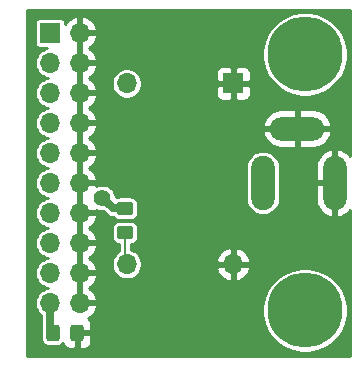
<source format=gbl>
G04 #@! TF.GenerationSoftware,KiCad,Pcbnew,(5.1.10)-1*
G04 #@! TF.CreationDate,2021-09-23T17:15:10-04:00*
G04 #@! TF.ProjectId,MINI360,4d494e49-3336-4302-9e6b-696361645f70,X1*
G04 #@! TF.SameCoordinates,Original*
G04 #@! TF.FileFunction,Copper,L2,Bot*
G04 #@! TF.FilePolarity,Positive*
%FSLAX46Y46*%
G04 Gerber Fmt 4.6, Leading zero omitted, Abs format (unit mm)*
G04 Created by KiCad (PCBNEW (5.1.10)-1) date 2021-09-23 17:15:10*
%MOMM*%
%LPD*%
G01*
G04 APERTURE LIST*
G04 #@! TA.AperFunction,ComponentPad*
%ADD10C,6.350000*%
G04 #@! TD*
G04 #@! TA.AperFunction,ComponentPad*
%ADD11O,2.000000X4.600000*%
G04 #@! TD*
G04 #@! TA.AperFunction,ComponentPad*
%ADD12O,4.600000X2.000000*%
G04 #@! TD*
G04 #@! TA.AperFunction,ComponentPad*
%ADD13R,1.700000X1.700000*%
G04 #@! TD*
G04 #@! TA.AperFunction,ComponentPad*
%ADD14O,1.700000X1.700000*%
G04 #@! TD*
G04 #@! TA.AperFunction,ViaPad*
%ADD15C,0.889000*%
G04 #@! TD*
G04 #@! TA.AperFunction,ViaPad*
%ADD16C,1.397000*%
G04 #@! TD*
G04 #@! TA.AperFunction,Conductor*
%ADD17C,0.635000*%
G04 #@! TD*
G04 #@! TA.AperFunction,Conductor*
%ADD18C,0.203200*%
G04 #@! TD*
G04 #@! TA.AperFunction,Conductor*
%ADD19C,0.254000*%
G04 #@! TD*
G04 #@! TA.AperFunction,Conductor*
%ADD20C,0.150000*%
G04 #@! TD*
G04 APERTURE END LIST*
G04 #@! TA.AperFunction,SMDPad,CuDef*
G36*
G01*
X94799999Y-16815000D02*
X95700001Y-16815000D01*
G75*
G02*
X95950000Y-17064999I0J-249999D01*
G01*
X95950000Y-17715001D01*
G75*
G02*
X95700001Y-17965000I-249999J0D01*
G01*
X94799999Y-17965000D01*
G75*
G02*
X94550000Y-17715001I0J249999D01*
G01*
X94550000Y-17064999D01*
G75*
G02*
X94799999Y-16815000I249999J0D01*
G01*
G37*
G04 #@! TD.AperFunction*
G04 #@! TA.AperFunction,SMDPad,CuDef*
G36*
G01*
X94799999Y-18865000D02*
X95700001Y-18865000D01*
G75*
G02*
X95950000Y-19114999I0J-249999D01*
G01*
X95950000Y-19765001D01*
G75*
G02*
X95700001Y-20015000I-249999J0D01*
G01*
X94799999Y-20015000D01*
G75*
G02*
X94550000Y-19765001I0J249999D01*
G01*
X94550000Y-19114999D01*
G75*
G02*
X94799999Y-18865000I249999J0D01*
G01*
G37*
G04 #@! TD.AperFunction*
D10*
X110490000Y-26035000D03*
X110490000Y-4348000D03*
G04 #@! TA.AperFunction,SMDPad,CuDef*
G36*
G01*
X88570000Y-28390001D02*
X88570000Y-27489999D01*
G75*
G02*
X88819999Y-27240000I249999J0D01*
G01*
X89470001Y-27240000D01*
G75*
G02*
X89720000Y-27489999I0J-249999D01*
G01*
X89720000Y-28390001D01*
G75*
G02*
X89470001Y-28640000I-249999J0D01*
G01*
X88819999Y-28640000D01*
G75*
G02*
X88570000Y-28390001I0J249999D01*
G01*
G37*
G04 #@! TD.AperFunction*
G04 #@! TA.AperFunction,SMDPad,CuDef*
G36*
G01*
X90620000Y-28390001D02*
X90620000Y-27489999D01*
G75*
G02*
X90869999Y-27240000I249999J0D01*
G01*
X91520001Y-27240000D01*
G75*
G02*
X91770000Y-27489999I0J-249999D01*
G01*
X91770000Y-28390001D01*
G75*
G02*
X91520001Y-28640000I-249999J0D01*
G01*
X90869999Y-28640000D01*
G75*
G02*
X90620000Y-28390001I0J249999D01*
G01*
G37*
G04 #@! TD.AperFunction*
D11*
X113030000Y-15240000D03*
X106930000Y-15240000D03*
D12*
X109830000Y-10640000D03*
D13*
X104410000Y-6815000D03*
D14*
X104410000Y-22115000D03*
X95410000Y-6815000D03*
X95410000Y-22115000D03*
D13*
X88900000Y-2540000D03*
D14*
X91440000Y-2540000D03*
X88900000Y-5080000D03*
X91440000Y-5080000D03*
X88900000Y-7620000D03*
X91440000Y-7620000D03*
X88900000Y-10160000D03*
X91440000Y-10160000D03*
X88900000Y-12700000D03*
X91440000Y-12700000D03*
X88900000Y-15240000D03*
X91440000Y-15240000D03*
X88900000Y-17780000D03*
X91440000Y-17780000D03*
X88900000Y-20320000D03*
X91440000Y-20320000D03*
X88900000Y-22860000D03*
X91440000Y-22860000D03*
X88900000Y-25400000D03*
X91440000Y-25400000D03*
D15*
X100330000Y-3175000D03*
X106045000Y-3175000D03*
X97790000Y-28575000D03*
X105410000Y-26670000D03*
D16*
X93345000Y-16510000D03*
D17*
X88900000Y-27695000D02*
X89145000Y-27940000D01*
X88900000Y-25400000D02*
X88900000Y-27695000D01*
X94225000Y-17390000D02*
X93345000Y-16510000D01*
X95250000Y-17390000D02*
X94225000Y-17390000D01*
D18*
X95250000Y-21955000D02*
X95410000Y-22115000D01*
X95250000Y-19440000D02*
X95250000Y-21955000D01*
D19*
X114312700Y-12919590D02*
X114096317Y-12694078D01*
X113832761Y-12509990D01*
X113538355Y-12380856D01*
X113410434Y-12349876D01*
X113157000Y-12469223D01*
X113157000Y-15113000D01*
X113177000Y-15113000D01*
X113177000Y-15367000D01*
X113157000Y-15367000D01*
X113157000Y-18010777D01*
X113410434Y-18130124D01*
X113538355Y-18099144D01*
X113832761Y-17970010D01*
X114096317Y-17785922D01*
X114312701Y-17560410D01*
X114312701Y-29857700D01*
X86982300Y-29857700D01*
X86982300Y-1690000D01*
X87616111Y-1690000D01*
X87616111Y-3390000D01*
X87624448Y-3474648D01*
X87649139Y-3556042D01*
X87689234Y-3631056D01*
X87743194Y-3696806D01*
X87808944Y-3750766D01*
X87883958Y-3790861D01*
X87965352Y-3815552D01*
X88050000Y-3823889D01*
X88644607Y-3823889D01*
X88526113Y-3847459D01*
X88292840Y-3944084D01*
X88082900Y-4084361D01*
X87904361Y-4262900D01*
X87764084Y-4472840D01*
X87667459Y-4706113D01*
X87618200Y-4953754D01*
X87618200Y-5206246D01*
X87667459Y-5453887D01*
X87764084Y-5687160D01*
X87904361Y-5897100D01*
X88082900Y-6075639D01*
X88292840Y-6215916D01*
X88526113Y-6312541D01*
X88714432Y-6350000D01*
X88526113Y-6387459D01*
X88292840Y-6484084D01*
X88082900Y-6624361D01*
X87904361Y-6802900D01*
X87764084Y-7012840D01*
X87667459Y-7246113D01*
X87618200Y-7493754D01*
X87618200Y-7746246D01*
X87667459Y-7993887D01*
X87764084Y-8227160D01*
X87904361Y-8437100D01*
X88082900Y-8615639D01*
X88292840Y-8755916D01*
X88526113Y-8852541D01*
X88714432Y-8890000D01*
X88526113Y-8927459D01*
X88292840Y-9024084D01*
X88082900Y-9164361D01*
X87904361Y-9342900D01*
X87764084Y-9552840D01*
X87667459Y-9786113D01*
X87618200Y-10033754D01*
X87618200Y-10286246D01*
X87667459Y-10533887D01*
X87764084Y-10767160D01*
X87904361Y-10977100D01*
X88082900Y-11155639D01*
X88292840Y-11295916D01*
X88526113Y-11392541D01*
X88714432Y-11430000D01*
X88526113Y-11467459D01*
X88292840Y-11564084D01*
X88082900Y-11704361D01*
X87904361Y-11882900D01*
X87764084Y-12092840D01*
X87667459Y-12326113D01*
X87618200Y-12573754D01*
X87618200Y-12826246D01*
X87667459Y-13073887D01*
X87764084Y-13307160D01*
X87904361Y-13517100D01*
X88082900Y-13695639D01*
X88292840Y-13835916D01*
X88526113Y-13932541D01*
X88714432Y-13970000D01*
X88526113Y-14007459D01*
X88292840Y-14104084D01*
X88082900Y-14244361D01*
X87904361Y-14422900D01*
X87764084Y-14632840D01*
X87667459Y-14866113D01*
X87618200Y-15113754D01*
X87618200Y-15366246D01*
X87667459Y-15613887D01*
X87764084Y-15847160D01*
X87904361Y-16057100D01*
X88082900Y-16235639D01*
X88292840Y-16375916D01*
X88526113Y-16472541D01*
X88714432Y-16510000D01*
X88526113Y-16547459D01*
X88292840Y-16644084D01*
X88082900Y-16784361D01*
X87904361Y-16962900D01*
X87764084Y-17172840D01*
X87667459Y-17406113D01*
X87618200Y-17653754D01*
X87618200Y-17906246D01*
X87667459Y-18153887D01*
X87764084Y-18387160D01*
X87904361Y-18597100D01*
X88082900Y-18775639D01*
X88292840Y-18915916D01*
X88526113Y-19012541D01*
X88714432Y-19050000D01*
X88526113Y-19087459D01*
X88292840Y-19184084D01*
X88082900Y-19324361D01*
X87904361Y-19502900D01*
X87764084Y-19712840D01*
X87667459Y-19946113D01*
X87618200Y-20193754D01*
X87618200Y-20446246D01*
X87667459Y-20693887D01*
X87764084Y-20927160D01*
X87904361Y-21137100D01*
X88082900Y-21315639D01*
X88292840Y-21455916D01*
X88526113Y-21552541D01*
X88714432Y-21590000D01*
X88526113Y-21627459D01*
X88292840Y-21724084D01*
X88082900Y-21864361D01*
X87904361Y-22042900D01*
X87764084Y-22252840D01*
X87667459Y-22486113D01*
X87618200Y-22733754D01*
X87618200Y-22986246D01*
X87667459Y-23233887D01*
X87764084Y-23467160D01*
X87904361Y-23677100D01*
X88082900Y-23855639D01*
X88292840Y-23995916D01*
X88526113Y-24092541D01*
X88714432Y-24130000D01*
X88526113Y-24167459D01*
X88292840Y-24264084D01*
X88082900Y-24404361D01*
X87904361Y-24582900D01*
X87764084Y-24792840D01*
X87667459Y-25026113D01*
X87618200Y-25273754D01*
X87618200Y-25526246D01*
X87667459Y-25773887D01*
X87764084Y-26007160D01*
X87904361Y-26217100D01*
X88082900Y-26395639D01*
X88150700Y-26440942D01*
X88150701Y-27351803D01*
X88149252Y-27356579D01*
X88136111Y-27489999D01*
X88136111Y-28390001D01*
X88149252Y-28523421D01*
X88188169Y-28651714D01*
X88251367Y-28769949D01*
X88336417Y-28873583D01*
X88440051Y-28958633D01*
X88558286Y-29021831D01*
X88686579Y-29060748D01*
X88819999Y-29073889D01*
X89470001Y-29073889D01*
X89603421Y-29060748D01*
X89731714Y-29021831D01*
X89849949Y-28958633D01*
X89953583Y-28873583D01*
X90007393Y-28808015D01*
X90030498Y-28884180D01*
X90089463Y-28994494D01*
X90168815Y-29091185D01*
X90265506Y-29170537D01*
X90375820Y-29229502D01*
X90495518Y-29265812D01*
X90620000Y-29278072D01*
X90909250Y-29275000D01*
X91068000Y-29116250D01*
X91068000Y-28067000D01*
X91322000Y-28067000D01*
X91322000Y-29116250D01*
X91480750Y-29275000D01*
X91770000Y-29278072D01*
X91894482Y-29265812D01*
X92014180Y-29229502D01*
X92124494Y-29170537D01*
X92221185Y-29091185D01*
X92300537Y-28994494D01*
X92359502Y-28884180D01*
X92395812Y-28764482D01*
X92408072Y-28640000D01*
X92405000Y-28225750D01*
X92246250Y-28067000D01*
X91322000Y-28067000D01*
X91068000Y-28067000D01*
X91048000Y-28067000D01*
X91048000Y-27813000D01*
X91068000Y-27813000D01*
X91068000Y-27793000D01*
X91322000Y-27793000D01*
X91322000Y-27813000D01*
X92246250Y-27813000D01*
X92405000Y-27654250D01*
X92408072Y-27240000D01*
X92395812Y-27115518D01*
X92359502Y-26995820D01*
X92300537Y-26885506D01*
X92221185Y-26788815D01*
X92126598Y-26711189D01*
X92321355Y-26595178D01*
X92537588Y-26400269D01*
X92711641Y-26166920D01*
X92836825Y-25904099D01*
X92881476Y-25756890D01*
X92840773Y-25679761D01*
X106883200Y-25679761D01*
X106883200Y-26390239D01*
X107021807Y-27087065D01*
X107293695Y-27743461D01*
X107688415Y-28334201D01*
X108190799Y-28836585D01*
X108781539Y-29231305D01*
X109437935Y-29503193D01*
X110134761Y-29641800D01*
X110845239Y-29641800D01*
X111542065Y-29503193D01*
X112198461Y-29231305D01*
X112789201Y-28836585D01*
X113291585Y-28334201D01*
X113686305Y-27743461D01*
X113958193Y-27087065D01*
X114096800Y-26390239D01*
X114096800Y-25679761D01*
X113958193Y-24982935D01*
X113686305Y-24326539D01*
X113291585Y-23735799D01*
X112789201Y-23233415D01*
X112198461Y-22838695D01*
X111542065Y-22566807D01*
X110845239Y-22428200D01*
X110134761Y-22428200D01*
X109437935Y-22566807D01*
X108781539Y-22838695D01*
X108190799Y-23233415D01*
X107688415Y-23735799D01*
X107293695Y-24326539D01*
X107021807Y-24982935D01*
X106883200Y-25679761D01*
X92840773Y-25679761D01*
X92760155Y-25527000D01*
X91567000Y-25527000D01*
X91567000Y-25547000D01*
X91313000Y-25547000D01*
X91313000Y-25527000D01*
X91293000Y-25527000D01*
X91293000Y-25273000D01*
X91313000Y-25273000D01*
X91313000Y-22987000D01*
X91567000Y-22987000D01*
X91567000Y-25273000D01*
X92760155Y-25273000D01*
X92881476Y-25043110D01*
X92836825Y-24895901D01*
X92711641Y-24633080D01*
X92537588Y-24399731D01*
X92321355Y-24204822D01*
X92195745Y-24130000D01*
X92321355Y-24055178D01*
X92537588Y-23860269D01*
X92711641Y-23626920D01*
X92836825Y-23364099D01*
X92881476Y-23216890D01*
X92760155Y-22987000D01*
X91567000Y-22987000D01*
X91313000Y-22987000D01*
X91293000Y-22987000D01*
X91293000Y-22733000D01*
X91313000Y-22733000D01*
X91313000Y-20447000D01*
X91567000Y-20447000D01*
X91567000Y-22733000D01*
X92760155Y-22733000D01*
X92881476Y-22503110D01*
X92836825Y-22355901D01*
X92711641Y-22093080D01*
X92537588Y-21859731D01*
X92321355Y-21664822D01*
X92195745Y-21590000D01*
X92321355Y-21515178D01*
X92537588Y-21320269D01*
X92711641Y-21086920D01*
X92836825Y-20824099D01*
X92881476Y-20676890D01*
X92760155Y-20447000D01*
X91567000Y-20447000D01*
X91313000Y-20447000D01*
X91293000Y-20447000D01*
X91293000Y-20193000D01*
X91313000Y-20193000D01*
X91313000Y-17907000D01*
X91567000Y-17907000D01*
X91567000Y-20193000D01*
X92760155Y-20193000D01*
X92881476Y-19963110D01*
X92836825Y-19815901D01*
X92711641Y-19553080D01*
X92537588Y-19319731D01*
X92321355Y-19124822D01*
X92304865Y-19114999D01*
X94116111Y-19114999D01*
X94116111Y-19765001D01*
X94129252Y-19898421D01*
X94168169Y-20026714D01*
X94231367Y-20144949D01*
X94316417Y-20248583D01*
X94420051Y-20333633D01*
X94538286Y-20396831D01*
X94666579Y-20435748D01*
X94716600Y-20440675D01*
X94716601Y-21036707D01*
X94592900Y-21119361D01*
X94414361Y-21297900D01*
X94274084Y-21507840D01*
X94177459Y-21741113D01*
X94128200Y-21988754D01*
X94128200Y-22241246D01*
X94177459Y-22488887D01*
X94274084Y-22722160D01*
X94414361Y-22932100D01*
X94592900Y-23110639D01*
X94802840Y-23250916D01*
X95036113Y-23347541D01*
X95283754Y-23396800D01*
X95536246Y-23396800D01*
X95783887Y-23347541D01*
X96017160Y-23250916D01*
X96227100Y-23110639D01*
X96405639Y-22932100D01*
X96545916Y-22722160D01*
X96642541Y-22488887D01*
X96645921Y-22471891D01*
X102968519Y-22471891D01*
X103065843Y-22746252D01*
X103214822Y-22996355D01*
X103409731Y-23212588D01*
X103643080Y-23386641D01*
X103905901Y-23511825D01*
X104053110Y-23556476D01*
X104283000Y-23435155D01*
X104283000Y-22242000D01*
X104537000Y-22242000D01*
X104537000Y-23435155D01*
X104766890Y-23556476D01*
X104914099Y-23511825D01*
X105176920Y-23386641D01*
X105410269Y-23212588D01*
X105605178Y-22996355D01*
X105754157Y-22746252D01*
X105851481Y-22471891D01*
X105730814Y-22242000D01*
X104537000Y-22242000D01*
X104283000Y-22242000D01*
X103089186Y-22242000D01*
X102968519Y-22471891D01*
X96645921Y-22471891D01*
X96691800Y-22241246D01*
X96691800Y-21988754D01*
X96645922Y-21758109D01*
X102968519Y-21758109D01*
X103089186Y-21988000D01*
X104283000Y-21988000D01*
X104283000Y-20794845D01*
X104537000Y-20794845D01*
X104537000Y-21988000D01*
X105730814Y-21988000D01*
X105851481Y-21758109D01*
X105754157Y-21483748D01*
X105605178Y-21233645D01*
X105410269Y-21017412D01*
X105176920Y-20843359D01*
X104914099Y-20718175D01*
X104766890Y-20673524D01*
X104537000Y-20794845D01*
X104283000Y-20794845D01*
X104053110Y-20673524D01*
X103905901Y-20718175D01*
X103643080Y-20843359D01*
X103409731Y-21017412D01*
X103214822Y-21233645D01*
X103065843Y-21483748D01*
X102968519Y-21758109D01*
X96645922Y-21758109D01*
X96642541Y-21741113D01*
X96545916Y-21507840D01*
X96405639Y-21297900D01*
X96227100Y-21119361D01*
X96017160Y-20979084D01*
X95783887Y-20882459D01*
X95783400Y-20882362D01*
X95783400Y-20440675D01*
X95833421Y-20435748D01*
X95961714Y-20396831D01*
X96079949Y-20333633D01*
X96183583Y-20248583D01*
X96268633Y-20144949D01*
X96331831Y-20026714D01*
X96370748Y-19898421D01*
X96383889Y-19765001D01*
X96383889Y-19114999D01*
X96370748Y-18981579D01*
X96331831Y-18853286D01*
X96268633Y-18735051D01*
X96183583Y-18631417D01*
X96079949Y-18546367D01*
X95961714Y-18483169D01*
X95833421Y-18444252D01*
X95700001Y-18431111D01*
X94799999Y-18431111D01*
X94666579Y-18444252D01*
X94538286Y-18483169D01*
X94420051Y-18546367D01*
X94316417Y-18631417D01*
X94231367Y-18735051D01*
X94168169Y-18853286D01*
X94129252Y-18981579D01*
X94116111Y-19114999D01*
X92304865Y-19114999D01*
X92195745Y-19050000D01*
X92321355Y-18975178D01*
X92537588Y-18780269D01*
X92711641Y-18546920D01*
X92836825Y-18284099D01*
X92881476Y-18136890D01*
X92760155Y-17907000D01*
X91567000Y-17907000D01*
X91313000Y-17907000D01*
X91293000Y-17907000D01*
X91293000Y-17653000D01*
X91313000Y-17653000D01*
X91313000Y-15367000D01*
X91567000Y-15367000D01*
X91567000Y-17653000D01*
X92760155Y-17653000D01*
X92830235Y-17520206D01*
X93015304Y-17596863D01*
X93233675Y-17640300D01*
X93415630Y-17640300D01*
X93669141Y-17893811D01*
X93692602Y-17922398D01*
X93721188Y-17945858D01*
X93721190Y-17945860D01*
X93806696Y-18016034D01*
X93936868Y-18085612D01*
X94078112Y-18128458D01*
X94188194Y-18139300D01*
X94188204Y-18139300D01*
X94225000Y-18142924D01*
X94261796Y-18139300D01*
X94267765Y-18139300D01*
X94316417Y-18198583D01*
X94420051Y-18283633D01*
X94538286Y-18346831D01*
X94666579Y-18385748D01*
X94799999Y-18398889D01*
X95700001Y-18398889D01*
X95833421Y-18385748D01*
X95961714Y-18346831D01*
X96079949Y-18283633D01*
X96183583Y-18198583D01*
X96268633Y-18094949D01*
X96331831Y-17976714D01*
X96370748Y-17848421D01*
X96383889Y-17715001D01*
X96383889Y-17064999D01*
X96370748Y-16931579D01*
X96331831Y-16803286D01*
X96268633Y-16685051D01*
X96207311Y-16610329D01*
X105498200Y-16610329D01*
X105518918Y-16820681D01*
X105600790Y-17090576D01*
X105733742Y-17339313D01*
X105912666Y-17557333D01*
X106130686Y-17736258D01*
X106379423Y-17869210D01*
X106649318Y-17951082D01*
X106930000Y-17978727D01*
X107210681Y-17951082D01*
X107480576Y-17869210D01*
X107729313Y-17736258D01*
X107947333Y-17557334D01*
X108126258Y-17339314D01*
X108259210Y-17090577D01*
X108341082Y-16820682D01*
X108361800Y-16610330D01*
X108361800Y-15367000D01*
X111395000Y-15367000D01*
X111395000Y-16667000D01*
X111451193Y-16983532D01*
X111568058Y-17283020D01*
X111741105Y-17553954D01*
X111963683Y-17785922D01*
X112227239Y-17970010D01*
X112521645Y-18099144D01*
X112649566Y-18130124D01*
X112903000Y-18010777D01*
X112903000Y-15367000D01*
X111395000Y-15367000D01*
X108361800Y-15367000D01*
X108361800Y-13869670D01*
X108356219Y-13813000D01*
X111395000Y-13813000D01*
X111395000Y-15113000D01*
X112903000Y-15113000D01*
X112903000Y-12469223D01*
X112649566Y-12349876D01*
X112521645Y-12380856D01*
X112227239Y-12509990D01*
X111963683Y-12694078D01*
X111741105Y-12926046D01*
X111568058Y-13196980D01*
X111451193Y-13496468D01*
X111395000Y-13813000D01*
X108356219Y-13813000D01*
X108341082Y-13659318D01*
X108259210Y-13389423D01*
X108126258Y-13140686D01*
X107947334Y-12922666D01*
X107729314Y-12743742D01*
X107480577Y-12610790D01*
X107210682Y-12528918D01*
X106930000Y-12501273D01*
X106649319Y-12528918D01*
X106379424Y-12610790D01*
X106130687Y-12743742D01*
X105912667Y-12922666D01*
X105733743Y-13140686D01*
X105600791Y-13389423D01*
X105518919Y-13659318D01*
X105498201Y-13869670D01*
X105498200Y-16610329D01*
X96207311Y-16610329D01*
X96183583Y-16581417D01*
X96079949Y-16496367D01*
X95961714Y-16433169D01*
X95833421Y-16394252D01*
X95700001Y-16381111D01*
X94799999Y-16381111D01*
X94666579Y-16394252D01*
X94538286Y-16433169D01*
X94475300Y-16466836D01*
X94475300Y-16398675D01*
X94431863Y-16180304D01*
X94346659Y-15974602D01*
X94222961Y-15789476D01*
X94065524Y-15632039D01*
X93880398Y-15508341D01*
X93674696Y-15423137D01*
X93456325Y-15379700D01*
X93233675Y-15379700D01*
X93015304Y-15423137D01*
X92830235Y-15499794D01*
X92760155Y-15367000D01*
X91567000Y-15367000D01*
X91313000Y-15367000D01*
X91293000Y-15367000D01*
X91293000Y-15113000D01*
X91313000Y-15113000D01*
X91313000Y-12827000D01*
X91567000Y-12827000D01*
X91567000Y-15113000D01*
X92760155Y-15113000D01*
X92881476Y-14883110D01*
X92836825Y-14735901D01*
X92711641Y-14473080D01*
X92537588Y-14239731D01*
X92321355Y-14044822D01*
X92195745Y-13970000D01*
X92321355Y-13895178D01*
X92537588Y-13700269D01*
X92711641Y-13466920D01*
X92836825Y-13204099D01*
X92881476Y-13056890D01*
X92760155Y-12827000D01*
X91567000Y-12827000D01*
X91313000Y-12827000D01*
X91293000Y-12827000D01*
X91293000Y-12573000D01*
X91313000Y-12573000D01*
X91313000Y-10287000D01*
X91567000Y-10287000D01*
X91567000Y-12573000D01*
X92760155Y-12573000D01*
X92881476Y-12343110D01*
X92836825Y-12195901D01*
X92711641Y-11933080D01*
X92537588Y-11699731D01*
X92321355Y-11504822D01*
X92195745Y-11430000D01*
X92321355Y-11355178D01*
X92537588Y-11160269D01*
X92641889Y-11020434D01*
X106939876Y-11020434D01*
X106970856Y-11148355D01*
X107099990Y-11442761D01*
X107284078Y-11706317D01*
X107516046Y-11928895D01*
X107786980Y-12101942D01*
X108086468Y-12218807D01*
X108403000Y-12275000D01*
X109703000Y-12275000D01*
X109703000Y-10767000D01*
X109957000Y-10767000D01*
X109957000Y-12275000D01*
X111257000Y-12275000D01*
X111573532Y-12218807D01*
X111873020Y-12101942D01*
X112143954Y-11928895D01*
X112375922Y-11706317D01*
X112560010Y-11442761D01*
X112689144Y-11148355D01*
X112720124Y-11020434D01*
X112600777Y-10767000D01*
X109957000Y-10767000D01*
X109703000Y-10767000D01*
X107059223Y-10767000D01*
X106939876Y-11020434D01*
X92641889Y-11020434D01*
X92711641Y-10926920D01*
X92836825Y-10664099D01*
X92881476Y-10516890D01*
X92760155Y-10287000D01*
X91567000Y-10287000D01*
X91313000Y-10287000D01*
X91293000Y-10287000D01*
X91293000Y-10259566D01*
X106939876Y-10259566D01*
X107059223Y-10513000D01*
X109703000Y-10513000D01*
X109703000Y-9005000D01*
X109957000Y-9005000D01*
X109957000Y-10513000D01*
X112600777Y-10513000D01*
X112720124Y-10259566D01*
X112689144Y-10131645D01*
X112560010Y-9837239D01*
X112375922Y-9573683D01*
X112143954Y-9351105D01*
X111873020Y-9178058D01*
X111573532Y-9061193D01*
X111257000Y-9005000D01*
X109957000Y-9005000D01*
X109703000Y-9005000D01*
X108403000Y-9005000D01*
X108086468Y-9061193D01*
X107786980Y-9178058D01*
X107516046Y-9351105D01*
X107284078Y-9573683D01*
X107099990Y-9837239D01*
X106970856Y-10131645D01*
X106939876Y-10259566D01*
X91293000Y-10259566D01*
X91293000Y-10033000D01*
X91313000Y-10033000D01*
X91313000Y-7747000D01*
X91567000Y-7747000D01*
X91567000Y-10033000D01*
X92760155Y-10033000D01*
X92881476Y-9803110D01*
X92836825Y-9655901D01*
X92711641Y-9393080D01*
X92537588Y-9159731D01*
X92321355Y-8964822D01*
X92195745Y-8890000D01*
X92321355Y-8815178D01*
X92537588Y-8620269D01*
X92711641Y-8386920D01*
X92836825Y-8124099D01*
X92881476Y-7976890D01*
X92760155Y-7747000D01*
X91567000Y-7747000D01*
X91313000Y-7747000D01*
X91293000Y-7747000D01*
X91293000Y-7493000D01*
X91313000Y-7493000D01*
X91313000Y-5207000D01*
X91567000Y-5207000D01*
X91567000Y-7493000D01*
X92760155Y-7493000D01*
X92881476Y-7263110D01*
X92836825Y-7115901D01*
X92711641Y-6853080D01*
X92589072Y-6688754D01*
X94128200Y-6688754D01*
X94128200Y-6941246D01*
X94177459Y-7188887D01*
X94274084Y-7422160D01*
X94414361Y-7632100D01*
X94592900Y-7810639D01*
X94802840Y-7950916D01*
X95036113Y-8047541D01*
X95283754Y-8096800D01*
X95536246Y-8096800D01*
X95783887Y-8047541D01*
X96017160Y-7950916D01*
X96227100Y-7810639D01*
X96372739Y-7665000D01*
X102921928Y-7665000D01*
X102934188Y-7789482D01*
X102970498Y-7909180D01*
X103029463Y-8019494D01*
X103108815Y-8116185D01*
X103205506Y-8195537D01*
X103315820Y-8254502D01*
X103435518Y-8290812D01*
X103560000Y-8303072D01*
X104124250Y-8300000D01*
X104283000Y-8141250D01*
X104283000Y-6942000D01*
X104537000Y-6942000D01*
X104537000Y-8141250D01*
X104695750Y-8300000D01*
X105260000Y-8303072D01*
X105384482Y-8290812D01*
X105504180Y-8254502D01*
X105614494Y-8195537D01*
X105711185Y-8116185D01*
X105790537Y-8019494D01*
X105849502Y-7909180D01*
X105885812Y-7789482D01*
X105898072Y-7665000D01*
X105895000Y-7100750D01*
X105736250Y-6942000D01*
X104537000Y-6942000D01*
X104283000Y-6942000D01*
X103083750Y-6942000D01*
X102925000Y-7100750D01*
X102921928Y-7665000D01*
X96372739Y-7665000D01*
X96405639Y-7632100D01*
X96545916Y-7422160D01*
X96642541Y-7188887D01*
X96691800Y-6941246D01*
X96691800Y-6688754D01*
X96642541Y-6441113D01*
X96545916Y-6207840D01*
X96405639Y-5997900D01*
X96372739Y-5965000D01*
X102921928Y-5965000D01*
X102925000Y-6529250D01*
X103083750Y-6688000D01*
X104283000Y-6688000D01*
X104283000Y-5488750D01*
X104537000Y-5488750D01*
X104537000Y-6688000D01*
X105736250Y-6688000D01*
X105895000Y-6529250D01*
X105898072Y-5965000D01*
X105885812Y-5840518D01*
X105849502Y-5720820D01*
X105790537Y-5610506D01*
X105711185Y-5513815D01*
X105614494Y-5434463D01*
X105504180Y-5375498D01*
X105384482Y-5339188D01*
X105260000Y-5326928D01*
X104695750Y-5330000D01*
X104537000Y-5488750D01*
X104283000Y-5488750D01*
X104124250Y-5330000D01*
X103560000Y-5326928D01*
X103435518Y-5339188D01*
X103315820Y-5375498D01*
X103205506Y-5434463D01*
X103108815Y-5513815D01*
X103029463Y-5610506D01*
X102970498Y-5720820D01*
X102934188Y-5840518D01*
X102921928Y-5965000D01*
X96372739Y-5965000D01*
X96227100Y-5819361D01*
X96017160Y-5679084D01*
X95783887Y-5582459D01*
X95536246Y-5533200D01*
X95283754Y-5533200D01*
X95036113Y-5582459D01*
X94802840Y-5679084D01*
X94592900Y-5819361D01*
X94414361Y-5997900D01*
X94274084Y-6207840D01*
X94177459Y-6441113D01*
X94128200Y-6688754D01*
X92589072Y-6688754D01*
X92537588Y-6619731D01*
X92321355Y-6424822D01*
X92195745Y-6350000D01*
X92321355Y-6275178D01*
X92537588Y-6080269D01*
X92711641Y-5846920D01*
X92836825Y-5584099D01*
X92881476Y-5436890D01*
X92760155Y-5207000D01*
X91567000Y-5207000D01*
X91313000Y-5207000D01*
X91293000Y-5207000D01*
X91293000Y-4953000D01*
X91313000Y-4953000D01*
X91313000Y-2667000D01*
X91567000Y-2667000D01*
X91567000Y-4953000D01*
X92760155Y-4953000D01*
X92881476Y-4723110D01*
X92836825Y-4575901D01*
X92711641Y-4313080D01*
X92537588Y-4079731D01*
X92441104Y-3992761D01*
X106883200Y-3992761D01*
X106883200Y-4703239D01*
X107021807Y-5400065D01*
X107293695Y-6056461D01*
X107688415Y-6647201D01*
X108190799Y-7149585D01*
X108781539Y-7544305D01*
X109437935Y-7816193D01*
X110134761Y-7954800D01*
X110845239Y-7954800D01*
X111542065Y-7816193D01*
X112198461Y-7544305D01*
X112789201Y-7149585D01*
X113291585Y-6647201D01*
X113686305Y-6056461D01*
X113958193Y-5400065D01*
X114096800Y-4703239D01*
X114096800Y-3992761D01*
X113958193Y-3295935D01*
X113686305Y-2639539D01*
X113291585Y-2048799D01*
X112789201Y-1546415D01*
X112198461Y-1151695D01*
X111542065Y-879807D01*
X110845239Y-741200D01*
X110134761Y-741200D01*
X109437935Y-879807D01*
X108781539Y-1151695D01*
X108190799Y-1546415D01*
X107688415Y-2048799D01*
X107293695Y-2639539D01*
X107021807Y-3295935D01*
X106883200Y-3992761D01*
X92441104Y-3992761D01*
X92321355Y-3884822D01*
X92195745Y-3810000D01*
X92321355Y-3735178D01*
X92537588Y-3540269D01*
X92711641Y-3306920D01*
X92836825Y-3044099D01*
X92881476Y-2896890D01*
X92760155Y-2667000D01*
X91567000Y-2667000D01*
X91313000Y-2667000D01*
X91293000Y-2667000D01*
X91293000Y-2413000D01*
X91313000Y-2413000D01*
X91313000Y-1219186D01*
X91567000Y-1219186D01*
X91567000Y-2413000D01*
X92760155Y-2413000D01*
X92881476Y-2183110D01*
X92836825Y-2035901D01*
X92711641Y-1773080D01*
X92537588Y-1539731D01*
X92321355Y-1344822D01*
X92071252Y-1195843D01*
X91796891Y-1098519D01*
X91567000Y-1219186D01*
X91313000Y-1219186D01*
X91083109Y-1098519D01*
X90808748Y-1195843D01*
X90558645Y-1344822D01*
X90342412Y-1539731D01*
X90183889Y-1752259D01*
X90183889Y-1690000D01*
X90175552Y-1605352D01*
X90150861Y-1523958D01*
X90110766Y-1448944D01*
X90056806Y-1383194D01*
X89991056Y-1329234D01*
X89916042Y-1289139D01*
X89834648Y-1264448D01*
X89750000Y-1256111D01*
X88050000Y-1256111D01*
X87965352Y-1264448D01*
X87883958Y-1289139D01*
X87808944Y-1329234D01*
X87743194Y-1383194D01*
X87689234Y-1448944D01*
X87649139Y-1523958D01*
X87624448Y-1605352D01*
X87616111Y-1690000D01*
X86982300Y-1690000D01*
X86982300Y-622300D01*
X114312700Y-622300D01*
X114312700Y-12919590D01*
G04 #@! TA.AperFunction,Conductor*
D20*
G36*
X114312700Y-12919590D02*
G01*
X114096317Y-12694078D01*
X113832761Y-12509990D01*
X113538355Y-12380856D01*
X113410434Y-12349876D01*
X113157000Y-12469223D01*
X113157000Y-15113000D01*
X113177000Y-15113000D01*
X113177000Y-15367000D01*
X113157000Y-15367000D01*
X113157000Y-18010777D01*
X113410434Y-18130124D01*
X113538355Y-18099144D01*
X113832761Y-17970010D01*
X114096317Y-17785922D01*
X114312701Y-17560410D01*
X114312701Y-29857700D01*
X86982300Y-29857700D01*
X86982300Y-1690000D01*
X87616111Y-1690000D01*
X87616111Y-3390000D01*
X87624448Y-3474648D01*
X87649139Y-3556042D01*
X87689234Y-3631056D01*
X87743194Y-3696806D01*
X87808944Y-3750766D01*
X87883958Y-3790861D01*
X87965352Y-3815552D01*
X88050000Y-3823889D01*
X88644607Y-3823889D01*
X88526113Y-3847459D01*
X88292840Y-3944084D01*
X88082900Y-4084361D01*
X87904361Y-4262900D01*
X87764084Y-4472840D01*
X87667459Y-4706113D01*
X87618200Y-4953754D01*
X87618200Y-5206246D01*
X87667459Y-5453887D01*
X87764084Y-5687160D01*
X87904361Y-5897100D01*
X88082900Y-6075639D01*
X88292840Y-6215916D01*
X88526113Y-6312541D01*
X88714432Y-6350000D01*
X88526113Y-6387459D01*
X88292840Y-6484084D01*
X88082900Y-6624361D01*
X87904361Y-6802900D01*
X87764084Y-7012840D01*
X87667459Y-7246113D01*
X87618200Y-7493754D01*
X87618200Y-7746246D01*
X87667459Y-7993887D01*
X87764084Y-8227160D01*
X87904361Y-8437100D01*
X88082900Y-8615639D01*
X88292840Y-8755916D01*
X88526113Y-8852541D01*
X88714432Y-8890000D01*
X88526113Y-8927459D01*
X88292840Y-9024084D01*
X88082900Y-9164361D01*
X87904361Y-9342900D01*
X87764084Y-9552840D01*
X87667459Y-9786113D01*
X87618200Y-10033754D01*
X87618200Y-10286246D01*
X87667459Y-10533887D01*
X87764084Y-10767160D01*
X87904361Y-10977100D01*
X88082900Y-11155639D01*
X88292840Y-11295916D01*
X88526113Y-11392541D01*
X88714432Y-11430000D01*
X88526113Y-11467459D01*
X88292840Y-11564084D01*
X88082900Y-11704361D01*
X87904361Y-11882900D01*
X87764084Y-12092840D01*
X87667459Y-12326113D01*
X87618200Y-12573754D01*
X87618200Y-12826246D01*
X87667459Y-13073887D01*
X87764084Y-13307160D01*
X87904361Y-13517100D01*
X88082900Y-13695639D01*
X88292840Y-13835916D01*
X88526113Y-13932541D01*
X88714432Y-13970000D01*
X88526113Y-14007459D01*
X88292840Y-14104084D01*
X88082900Y-14244361D01*
X87904361Y-14422900D01*
X87764084Y-14632840D01*
X87667459Y-14866113D01*
X87618200Y-15113754D01*
X87618200Y-15366246D01*
X87667459Y-15613887D01*
X87764084Y-15847160D01*
X87904361Y-16057100D01*
X88082900Y-16235639D01*
X88292840Y-16375916D01*
X88526113Y-16472541D01*
X88714432Y-16510000D01*
X88526113Y-16547459D01*
X88292840Y-16644084D01*
X88082900Y-16784361D01*
X87904361Y-16962900D01*
X87764084Y-17172840D01*
X87667459Y-17406113D01*
X87618200Y-17653754D01*
X87618200Y-17906246D01*
X87667459Y-18153887D01*
X87764084Y-18387160D01*
X87904361Y-18597100D01*
X88082900Y-18775639D01*
X88292840Y-18915916D01*
X88526113Y-19012541D01*
X88714432Y-19050000D01*
X88526113Y-19087459D01*
X88292840Y-19184084D01*
X88082900Y-19324361D01*
X87904361Y-19502900D01*
X87764084Y-19712840D01*
X87667459Y-19946113D01*
X87618200Y-20193754D01*
X87618200Y-20446246D01*
X87667459Y-20693887D01*
X87764084Y-20927160D01*
X87904361Y-21137100D01*
X88082900Y-21315639D01*
X88292840Y-21455916D01*
X88526113Y-21552541D01*
X88714432Y-21590000D01*
X88526113Y-21627459D01*
X88292840Y-21724084D01*
X88082900Y-21864361D01*
X87904361Y-22042900D01*
X87764084Y-22252840D01*
X87667459Y-22486113D01*
X87618200Y-22733754D01*
X87618200Y-22986246D01*
X87667459Y-23233887D01*
X87764084Y-23467160D01*
X87904361Y-23677100D01*
X88082900Y-23855639D01*
X88292840Y-23995916D01*
X88526113Y-24092541D01*
X88714432Y-24130000D01*
X88526113Y-24167459D01*
X88292840Y-24264084D01*
X88082900Y-24404361D01*
X87904361Y-24582900D01*
X87764084Y-24792840D01*
X87667459Y-25026113D01*
X87618200Y-25273754D01*
X87618200Y-25526246D01*
X87667459Y-25773887D01*
X87764084Y-26007160D01*
X87904361Y-26217100D01*
X88082900Y-26395639D01*
X88150700Y-26440942D01*
X88150701Y-27351803D01*
X88149252Y-27356579D01*
X88136111Y-27489999D01*
X88136111Y-28390001D01*
X88149252Y-28523421D01*
X88188169Y-28651714D01*
X88251367Y-28769949D01*
X88336417Y-28873583D01*
X88440051Y-28958633D01*
X88558286Y-29021831D01*
X88686579Y-29060748D01*
X88819999Y-29073889D01*
X89470001Y-29073889D01*
X89603421Y-29060748D01*
X89731714Y-29021831D01*
X89849949Y-28958633D01*
X89953583Y-28873583D01*
X90007393Y-28808015D01*
X90030498Y-28884180D01*
X90089463Y-28994494D01*
X90168815Y-29091185D01*
X90265506Y-29170537D01*
X90375820Y-29229502D01*
X90495518Y-29265812D01*
X90620000Y-29278072D01*
X90909250Y-29275000D01*
X91068000Y-29116250D01*
X91068000Y-28067000D01*
X91322000Y-28067000D01*
X91322000Y-29116250D01*
X91480750Y-29275000D01*
X91770000Y-29278072D01*
X91894482Y-29265812D01*
X92014180Y-29229502D01*
X92124494Y-29170537D01*
X92221185Y-29091185D01*
X92300537Y-28994494D01*
X92359502Y-28884180D01*
X92395812Y-28764482D01*
X92408072Y-28640000D01*
X92405000Y-28225750D01*
X92246250Y-28067000D01*
X91322000Y-28067000D01*
X91068000Y-28067000D01*
X91048000Y-28067000D01*
X91048000Y-27813000D01*
X91068000Y-27813000D01*
X91068000Y-27793000D01*
X91322000Y-27793000D01*
X91322000Y-27813000D01*
X92246250Y-27813000D01*
X92405000Y-27654250D01*
X92408072Y-27240000D01*
X92395812Y-27115518D01*
X92359502Y-26995820D01*
X92300537Y-26885506D01*
X92221185Y-26788815D01*
X92126598Y-26711189D01*
X92321355Y-26595178D01*
X92537588Y-26400269D01*
X92711641Y-26166920D01*
X92836825Y-25904099D01*
X92881476Y-25756890D01*
X92840773Y-25679761D01*
X106883200Y-25679761D01*
X106883200Y-26390239D01*
X107021807Y-27087065D01*
X107293695Y-27743461D01*
X107688415Y-28334201D01*
X108190799Y-28836585D01*
X108781539Y-29231305D01*
X109437935Y-29503193D01*
X110134761Y-29641800D01*
X110845239Y-29641800D01*
X111542065Y-29503193D01*
X112198461Y-29231305D01*
X112789201Y-28836585D01*
X113291585Y-28334201D01*
X113686305Y-27743461D01*
X113958193Y-27087065D01*
X114096800Y-26390239D01*
X114096800Y-25679761D01*
X113958193Y-24982935D01*
X113686305Y-24326539D01*
X113291585Y-23735799D01*
X112789201Y-23233415D01*
X112198461Y-22838695D01*
X111542065Y-22566807D01*
X110845239Y-22428200D01*
X110134761Y-22428200D01*
X109437935Y-22566807D01*
X108781539Y-22838695D01*
X108190799Y-23233415D01*
X107688415Y-23735799D01*
X107293695Y-24326539D01*
X107021807Y-24982935D01*
X106883200Y-25679761D01*
X92840773Y-25679761D01*
X92760155Y-25527000D01*
X91567000Y-25527000D01*
X91567000Y-25547000D01*
X91313000Y-25547000D01*
X91313000Y-25527000D01*
X91293000Y-25527000D01*
X91293000Y-25273000D01*
X91313000Y-25273000D01*
X91313000Y-22987000D01*
X91567000Y-22987000D01*
X91567000Y-25273000D01*
X92760155Y-25273000D01*
X92881476Y-25043110D01*
X92836825Y-24895901D01*
X92711641Y-24633080D01*
X92537588Y-24399731D01*
X92321355Y-24204822D01*
X92195745Y-24130000D01*
X92321355Y-24055178D01*
X92537588Y-23860269D01*
X92711641Y-23626920D01*
X92836825Y-23364099D01*
X92881476Y-23216890D01*
X92760155Y-22987000D01*
X91567000Y-22987000D01*
X91313000Y-22987000D01*
X91293000Y-22987000D01*
X91293000Y-22733000D01*
X91313000Y-22733000D01*
X91313000Y-20447000D01*
X91567000Y-20447000D01*
X91567000Y-22733000D01*
X92760155Y-22733000D01*
X92881476Y-22503110D01*
X92836825Y-22355901D01*
X92711641Y-22093080D01*
X92537588Y-21859731D01*
X92321355Y-21664822D01*
X92195745Y-21590000D01*
X92321355Y-21515178D01*
X92537588Y-21320269D01*
X92711641Y-21086920D01*
X92836825Y-20824099D01*
X92881476Y-20676890D01*
X92760155Y-20447000D01*
X91567000Y-20447000D01*
X91313000Y-20447000D01*
X91293000Y-20447000D01*
X91293000Y-20193000D01*
X91313000Y-20193000D01*
X91313000Y-17907000D01*
X91567000Y-17907000D01*
X91567000Y-20193000D01*
X92760155Y-20193000D01*
X92881476Y-19963110D01*
X92836825Y-19815901D01*
X92711641Y-19553080D01*
X92537588Y-19319731D01*
X92321355Y-19124822D01*
X92304865Y-19114999D01*
X94116111Y-19114999D01*
X94116111Y-19765001D01*
X94129252Y-19898421D01*
X94168169Y-20026714D01*
X94231367Y-20144949D01*
X94316417Y-20248583D01*
X94420051Y-20333633D01*
X94538286Y-20396831D01*
X94666579Y-20435748D01*
X94716600Y-20440675D01*
X94716601Y-21036707D01*
X94592900Y-21119361D01*
X94414361Y-21297900D01*
X94274084Y-21507840D01*
X94177459Y-21741113D01*
X94128200Y-21988754D01*
X94128200Y-22241246D01*
X94177459Y-22488887D01*
X94274084Y-22722160D01*
X94414361Y-22932100D01*
X94592900Y-23110639D01*
X94802840Y-23250916D01*
X95036113Y-23347541D01*
X95283754Y-23396800D01*
X95536246Y-23396800D01*
X95783887Y-23347541D01*
X96017160Y-23250916D01*
X96227100Y-23110639D01*
X96405639Y-22932100D01*
X96545916Y-22722160D01*
X96642541Y-22488887D01*
X96645921Y-22471891D01*
X102968519Y-22471891D01*
X103065843Y-22746252D01*
X103214822Y-22996355D01*
X103409731Y-23212588D01*
X103643080Y-23386641D01*
X103905901Y-23511825D01*
X104053110Y-23556476D01*
X104283000Y-23435155D01*
X104283000Y-22242000D01*
X104537000Y-22242000D01*
X104537000Y-23435155D01*
X104766890Y-23556476D01*
X104914099Y-23511825D01*
X105176920Y-23386641D01*
X105410269Y-23212588D01*
X105605178Y-22996355D01*
X105754157Y-22746252D01*
X105851481Y-22471891D01*
X105730814Y-22242000D01*
X104537000Y-22242000D01*
X104283000Y-22242000D01*
X103089186Y-22242000D01*
X102968519Y-22471891D01*
X96645921Y-22471891D01*
X96691800Y-22241246D01*
X96691800Y-21988754D01*
X96645922Y-21758109D01*
X102968519Y-21758109D01*
X103089186Y-21988000D01*
X104283000Y-21988000D01*
X104283000Y-20794845D01*
X104537000Y-20794845D01*
X104537000Y-21988000D01*
X105730814Y-21988000D01*
X105851481Y-21758109D01*
X105754157Y-21483748D01*
X105605178Y-21233645D01*
X105410269Y-21017412D01*
X105176920Y-20843359D01*
X104914099Y-20718175D01*
X104766890Y-20673524D01*
X104537000Y-20794845D01*
X104283000Y-20794845D01*
X104053110Y-20673524D01*
X103905901Y-20718175D01*
X103643080Y-20843359D01*
X103409731Y-21017412D01*
X103214822Y-21233645D01*
X103065843Y-21483748D01*
X102968519Y-21758109D01*
X96645922Y-21758109D01*
X96642541Y-21741113D01*
X96545916Y-21507840D01*
X96405639Y-21297900D01*
X96227100Y-21119361D01*
X96017160Y-20979084D01*
X95783887Y-20882459D01*
X95783400Y-20882362D01*
X95783400Y-20440675D01*
X95833421Y-20435748D01*
X95961714Y-20396831D01*
X96079949Y-20333633D01*
X96183583Y-20248583D01*
X96268633Y-20144949D01*
X96331831Y-20026714D01*
X96370748Y-19898421D01*
X96383889Y-19765001D01*
X96383889Y-19114999D01*
X96370748Y-18981579D01*
X96331831Y-18853286D01*
X96268633Y-18735051D01*
X96183583Y-18631417D01*
X96079949Y-18546367D01*
X95961714Y-18483169D01*
X95833421Y-18444252D01*
X95700001Y-18431111D01*
X94799999Y-18431111D01*
X94666579Y-18444252D01*
X94538286Y-18483169D01*
X94420051Y-18546367D01*
X94316417Y-18631417D01*
X94231367Y-18735051D01*
X94168169Y-18853286D01*
X94129252Y-18981579D01*
X94116111Y-19114999D01*
X92304865Y-19114999D01*
X92195745Y-19050000D01*
X92321355Y-18975178D01*
X92537588Y-18780269D01*
X92711641Y-18546920D01*
X92836825Y-18284099D01*
X92881476Y-18136890D01*
X92760155Y-17907000D01*
X91567000Y-17907000D01*
X91313000Y-17907000D01*
X91293000Y-17907000D01*
X91293000Y-17653000D01*
X91313000Y-17653000D01*
X91313000Y-15367000D01*
X91567000Y-15367000D01*
X91567000Y-17653000D01*
X92760155Y-17653000D01*
X92830235Y-17520206D01*
X93015304Y-17596863D01*
X93233675Y-17640300D01*
X93415630Y-17640300D01*
X93669141Y-17893811D01*
X93692602Y-17922398D01*
X93721188Y-17945858D01*
X93721190Y-17945860D01*
X93806696Y-18016034D01*
X93936868Y-18085612D01*
X94078112Y-18128458D01*
X94188194Y-18139300D01*
X94188204Y-18139300D01*
X94225000Y-18142924D01*
X94261796Y-18139300D01*
X94267765Y-18139300D01*
X94316417Y-18198583D01*
X94420051Y-18283633D01*
X94538286Y-18346831D01*
X94666579Y-18385748D01*
X94799999Y-18398889D01*
X95700001Y-18398889D01*
X95833421Y-18385748D01*
X95961714Y-18346831D01*
X96079949Y-18283633D01*
X96183583Y-18198583D01*
X96268633Y-18094949D01*
X96331831Y-17976714D01*
X96370748Y-17848421D01*
X96383889Y-17715001D01*
X96383889Y-17064999D01*
X96370748Y-16931579D01*
X96331831Y-16803286D01*
X96268633Y-16685051D01*
X96207311Y-16610329D01*
X105498200Y-16610329D01*
X105518918Y-16820681D01*
X105600790Y-17090576D01*
X105733742Y-17339313D01*
X105912666Y-17557333D01*
X106130686Y-17736258D01*
X106379423Y-17869210D01*
X106649318Y-17951082D01*
X106930000Y-17978727D01*
X107210681Y-17951082D01*
X107480576Y-17869210D01*
X107729313Y-17736258D01*
X107947333Y-17557334D01*
X108126258Y-17339314D01*
X108259210Y-17090577D01*
X108341082Y-16820682D01*
X108361800Y-16610330D01*
X108361800Y-15367000D01*
X111395000Y-15367000D01*
X111395000Y-16667000D01*
X111451193Y-16983532D01*
X111568058Y-17283020D01*
X111741105Y-17553954D01*
X111963683Y-17785922D01*
X112227239Y-17970010D01*
X112521645Y-18099144D01*
X112649566Y-18130124D01*
X112903000Y-18010777D01*
X112903000Y-15367000D01*
X111395000Y-15367000D01*
X108361800Y-15367000D01*
X108361800Y-13869670D01*
X108356219Y-13813000D01*
X111395000Y-13813000D01*
X111395000Y-15113000D01*
X112903000Y-15113000D01*
X112903000Y-12469223D01*
X112649566Y-12349876D01*
X112521645Y-12380856D01*
X112227239Y-12509990D01*
X111963683Y-12694078D01*
X111741105Y-12926046D01*
X111568058Y-13196980D01*
X111451193Y-13496468D01*
X111395000Y-13813000D01*
X108356219Y-13813000D01*
X108341082Y-13659318D01*
X108259210Y-13389423D01*
X108126258Y-13140686D01*
X107947334Y-12922666D01*
X107729314Y-12743742D01*
X107480577Y-12610790D01*
X107210682Y-12528918D01*
X106930000Y-12501273D01*
X106649319Y-12528918D01*
X106379424Y-12610790D01*
X106130687Y-12743742D01*
X105912667Y-12922666D01*
X105733743Y-13140686D01*
X105600791Y-13389423D01*
X105518919Y-13659318D01*
X105498201Y-13869670D01*
X105498200Y-16610329D01*
X96207311Y-16610329D01*
X96183583Y-16581417D01*
X96079949Y-16496367D01*
X95961714Y-16433169D01*
X95833421Y-16394252D01*
X95700001Y-16381111D01*
X94799999Y-16381111D01*
X94666579Y-16394252D01*
X94538286Y-16433169D01*
X94475300Y-16466836D01*
X94475300Y-16398675D01*
X94431863Y-16180304D01*
X94346659Y-15974602D01*
X94222961Y-15789476D01*
X94065524Y-15632039D01*
X93880398Y-15508341D01*
X93674696Y-15423137D01*
X93456325Y-15379700D01*
X93233675Y-15379700D01*
X93015304Y-15423137D01*
X92830235Y-15499794D01*
X92760155Y-15367000D01*
X91567000Y-15367000D01*
X91313000Y-15367000D01*
X91293000Y-15367000D01*
X91293000Y-15113000D01*
X91313000Y-15113000D01*
X91313000Y-12827000D01*
X91567000Y-12827000D01*
X91567000Y-15113000D01*
X92760155Y-15113000D01*
X92881476Y-14883110D01*
X92836825Y-14735901D01*
X92711641Y-14473080D01*
X92537588Y-14239731D01*
X92321355Y-14044822D01*
X92195745Y-13970000D01*
X92321355Y-13895178D01*
X92537588Y-13700269D01*
X92711641Y-13466920D01*
X92836825Y-13204099D01*
X92881476Y-13056890D01*
X92760155Y-12827000D01*
X91567000Y-12827000D01*
X91313000Y-12827000D01*
X91293000Y-12827000D01*
X91293000Y-12573000D01*
X91313000Y-12573000D01*
X91313000Y-10287000D01*
X91567000Y-10287000D01*
X91567000Y-12573000D01*
X92760155Y-12573000D01*
X92881476Y-12343110D01*
X92836825Y-12195901D01*
X92711641Y-11933080D01*
X92537588Y-11699731D01*
X92321355Y-11504822D01*
X92195745Y-11430000D01*
X92321355Y-11355178D01*
X92537588Y-11160269D01*
X92641889Y-11020434D01*
X106939876Y-11020434D01*
X106970856Y-11148355D01*
X107099990Y-11442761D01*
X107284078Y-11706317D01*
X107516046Y-11928895D01*
X107786980Y-12101942D01*
X108086468Y-12218807D01*
X108403000Y-12275000D01*
X109703000Y-12275000D01*
X109703000Y-10767000D01*
X109957000Y-10767000D01*
X109957000Y-12275000D01*
X111257000Y-12275000D01*
X111573532Y-12218807D01*
X111873020Y-12101942D01*
X112143954Y-11928895D01*
X112375922Y-11706317D01*
X112560010Y-11442761D01*
X112689144Y-11148355D01*
X112720124Y-11020434D01*
X112600777Y-10767000D01*
X109957000Y-10767000D01*
X109703000Y-10767000D01*
X107059223Y-10767000D01*
X106939876Y-11020434D01*
X92641889Y-11020434D01*
X92711641Y-10926920D01*
X92836825Y-10664099D01*
X92881476Y-10516890D01*
X92760155Y-10287000D01*
X91567000Y-10287000D01*
X91313000Y-10287000D01*
X91293000Y-10287000D01*
X91293000Y-10259566D01*
X106939876Y-10259566D01*
X107059223Y-10513000D01*
X109703000Y-10513000D01*
X109703000Y-9005000D01*
X109957000Y-9005000D01*
X109957000Y-10513000D01*
X112600777Y-10513000D01*
X112720124Y-10259566D01*
X112689144Y-10131645D01*
X112560010Y-9837239D01*
X112375922Y-9573683D01*
X112143954Y-9351105D01*
X111873020Y-9178058D01*
X111573532Y-9061193D01*
X111257000Y-9005000D01*
X109957000Y-9005000D01*
X109703000Y-9005000D01*
X108403000Y-9005000D01*
X108086468Y-9061193D01*
X107786980Y-9178058D01*
X107516046Y-9351105D01*
X107284078Y-9573683D01*
X107099990Y-9837239D01*
X106970856Y-10131645D01*
X106939876Y-10259566D01*
X91293000Y-10259566D01*
X91293000Y-10033000D01*
X91313000Y-10033000D01*
X91313000Y-7747000D01*
X91567000Y-7747000D01*
X91567000Y-10033000D01*
X92760155Y-10033000D01*
X92881476Y-9803110D01*
X92836825Y-9655901D01*
X92711641Y-9393080D01*
X92537588Y-9159731D01*
X92321355Y-8964822D01*
X92195745Y-8890000D01*
X92321355Y-8815178D01*
X92537588Y-8620269D01*
X92711641Y-8386920D01*
X92836825Y-8124099D01*
X92881476Y-7976890D01*
X92760155Y-7747000D01*
X91567000Y-7747000D01*
X91313000Y-7747000D01*
X91293000Y-7747000D01*
X91293000Y-7493000D01*
X91313000Y-7493000D01*
X91313000Y-5207000D01*
X91567000Y-5207000D01*
X91567000Y-7493000D01*
X92760155Y-7493000D01*
X92881476Y-7263110D01*
X92836825Y-7115901D01*
X92711641Y-6853080D01*
X92589072Y-6688754D01*
X94128200Y-6688754D01*
X94128200Y-6941246D01*
X94177459Y-7188887D01*
X94274084Y-7422160D01*
X94414361Y-7632100D01*
X94592900Y-7810639D01*
X94802840Y-7950916D01*
X95036113Y-8047541D01*
X95283754Y-8096800D01*
X95536246Y-8096800D01*
X95783887Y-8047541D01*
X96017160Y-7950916D01*
X96227100Y-7810639D01*
X96372739Y-7665000D01*
X102921928Y-7665000D01*
X102934188Y-7789482D01*
X102970498Y-7909180D01*
X103029463Y-8019494D01*
X103108815Y-8116185D01*
X103205506Y-8195537D01*
X103315820Y-8254502D01*
X103435518Y-8290812D01*
X103560000Y-8303072D01*
X104124250Y-8300000D01*
X104283000Y-8141250D01*
X104283000Y-6942000D01*
X104537000Y-6942000D01*
X104537000Y-8141250D01*
X104695750Y-8300000D01*
X105260000Y-8303072D01*
X105384482Y-8290812D01*
X105504180Y-8254502D01*
X105614494Y-8195537D01*
X105711185Y-8116185D01*
X105790537Y-8019494D01*
X105849502Y-7909180D01*
X105885812Y-7789482D01*
X105898072Y-7665000D01*
X105895000Y-7100750D01*
X105736250Y-6942000D01*
X104537000Y-6942000D01*
X104283000Y-6942000D01*
X103083750Y-6942000D01*
X102925000Y-7100750D01*
X102921928Y-7665000D01*
X96372739Y-7665000D01*
X96405639Y-7632100D01*
X96545916Y-7422160D01*
X96642541Y-7188887D01*
X96691800Y-6941246D01*
X96691800Y-6688754D01*
X96642541Y-6441113D01*
X96545916Y-6207840D01*
X96405639Y-5997900D01*
X96372739Y-5965000D01*
X102921928Y-5965000D01*
X102925000Y-6529250D01*
X103083750Y-6688000D01*
X104283000Y-6688000D01*
X104283000Y-5488750D01*
X104537000Y-5488750D01*
X104537000Y-6688000D01*
X105736250Y-6688000D01*
X105895000Y-6529250D01*
X105898072Y-5965000D01*
X105885812Y-5840518D01*
X105849502Y-5720820D01*
X105790537Y-5610506D01*
X105711185Y-5513815D01*
X105614494Y-5434463D01*
X105504180Y-5375498D01*
X105384482Y-5339188D01*
X105260000Y-5326928D01*
X104695750Y-5330000D01*
X104537000Y-5488750D01*
X104283000Y-5488750D01*
X104124250Y-5330000D01*
X103560000Y-5326928D01*
X103435518Y-5339188D01*
X103315820Y-5375498D01*
X103205506Y-5434463D01*
X103108815Y-5513815D01*
X103029463Y-5610506D01*
X102970498Y-5720820D01*
X102934188Y-5840518D01*
X102921928Y-5965000D01*
X96372739Y-5965000D01*
X96227100Y-5819361D01*
X96017160Y-5679084D01*
X95783887Y-5582459D01*
X95536246Y-5533200D01*
X95283754Y-5533200D01*
X95036113Y-5582459D01*
X94802840Y-5679084D01*
X94592900Y-5819361D01*
X94414361Y-5997900D01*
X94274084Y-6207840D01*
X94177459Y-6441113D01*
X94128200Y-6688754D01*
X92589072Y-6688754D01*
X92537588Y-6619731D01*
X92321355Y-6424822D01*
X92195745Y-6350000D01*
X92321355Y-6275178D01*
X92537588Y-6080269D01*
X92711641Y-5846920D01*
X92836825Y-5584099D01*
X92881476Y-5436890D01*
X92760155Y-5207000D01*
X91567000Y-5207000D01*
X91313000Y-5207000D01*
X91293000Y-5207000D01*
X91293000Y-4953000D01*
X91313000Y-4953000D01*
X91313000Y-2667000D01*
X91567000Y-2667000D01*
X91567000Y-4953000D01*
X92760155Y-4953000D01*
X92881476Y-4723110D01*
X92836825Y-4575901D01*
X92711641Y-4313080D01*
X92537588Y-4079731D01*
X92441104Y-3992761D01*
X106883200Y-3992761D01*
X106883200Y-4703239D01*
X107021807Y-5400065D01*
X107293695Y-6056461D01*
X107688415Y-6647201D01*
X108190799Y-7149585D01*
X108781539Y-7544305D01*
X109437935Y-7816193D01*
X110134761Y-7954800D01*
X110845239Y-7954800D01*
X111542065Y-7816193D01*
X112198461Y-7544305D01*
X112789201Y-7149585D01*
X113291585Y-6647201D01*
X113686305Y-6056461D01*
X113958193Y-5400065D01*
X114096800Y-4703239D01*
X114096800Y-3992761D01*
X113958193Y-3295935D01*
X113686305Y-2639539D01*
X113291585Y-2048799D01*
X112789201Y-1546415D01*
X112198461Y-1151695D01*
X111542065Y-879807D01*
X110845239Y-741200D01*
X110134761Y-741200D01*
X109437935Y-879807D01*
X108781539Y-1151695D01*
X108190799Y-1546415D01*
X107688415Y-2048799D01*
X107293695Y-2639539D01*
X107021807Y-3295935D01*
X106883200Y-3992761D01*
X92441104Y-3992761D01*
X92321355Y-3884822D01*
X92195745Y-3810000D01*
X92321355Y-3735178D01*
X92537588Y-3540269D01*
X92711641Y-3306920D01*
X92836825Y-3044099D01*
X92881476Y-2896890D01*
X92760155Y-2667000D01*
X91567000Y-2667000D01*
X91313000Y-2667000D01*
X91293000Y-2667000D01*
X91293000Y-2413000D01*
X91313000Y-2413000D01*
X91313000Y-1219186D01*
X91567000Y-1219186D01*
X91567000Y-2413000D01*
X92760155Y-2413000D01*
X92881476Y-2183110D01*
X92836825Y-2035901D01*
X92711641Y-1773080D01*
X92537588Y-1539731D01*
X92321355Y-1344822D01*
X92071252Y-1195843D01*
X91796891Y-1098519D01*
X91567000Y-1219186D01*
X91313000Y-1219186D01*
X91083109Y-1098519D01*
X90808748Y-1195843D01*
X90558645Y-1344822D01*
X90342412Y-1539731D01*
X90183889Y-1752259D01*
X90183889Y-1690000D01*
X90175552Y-1605352D01*
X90150861Y-1523958D01*
X90110766Y-1448944D01*
X90056806Y-1383194D01*
X89991056Y-1329234D01*
X89916042Y-1289139D01*
X89834648Y-1264448D01*
X89750000Y-1256111D01*
X88050000Y-1256111D01*
X87965352Y-1264448D01*
X87883958Y-1289139D01*
X87808944Y-1329234D01*
X87743194Y-1383194D01*
X87689234Y-1448944D01*
X87649139Y-1523958D01*
X87624448Y-1605352D01*
X87616111Y-1690000D01*
X86982300Y-1690000D01*
X86982300Y-622300D01*
X114312700Y-622300D01*
X114312700Y-12919590D01*
G37*
G04 #@! TD.AperFunction*
M02*

</source>
